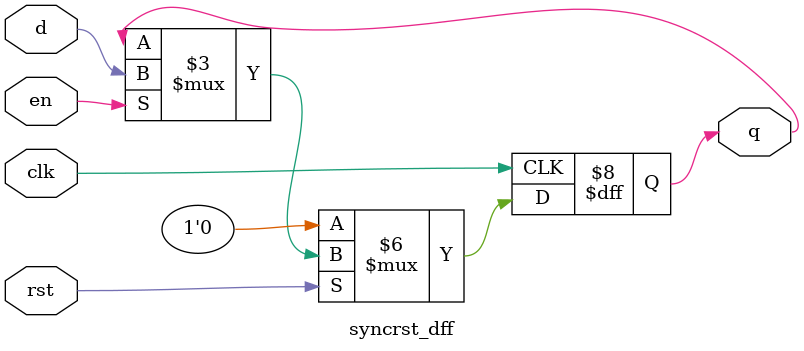
<source format=v>
module syncrst_dff (
  input clk,     // System clock
  input en,      // System enable
  input rst,     // System reset
  input  d,      // input
  output reg q); // output

always @(posedge clk)
  begin
    if (~rst)
      q <= 1'b0;
    else if (en)
      q <= d;
  end
endmodule

</source>
